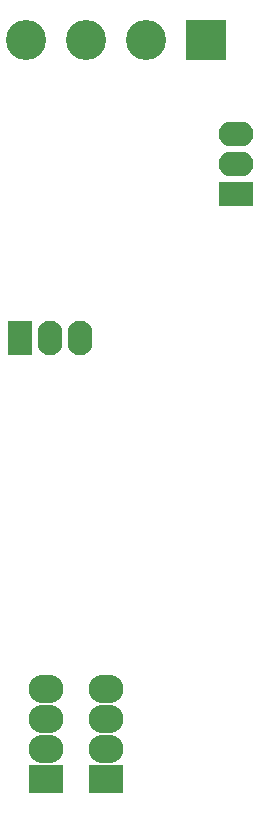
<source format=gbr>
G04 #@! TF.GenerationSoftware,KiCad,Pcbnew,5.0.0-fee4fd1~66~ubuntu18.04.1*
G04 #@! TF.CreationDate,2018-10-08T14:25:46+08:00*
G04 #@! TF.ProjectId,ws2812-stm32-interface,7773323831322D73746D33322D696E74,rev?*
G04 #@! TF.SameCoordinates,Original*
G04 #@! TF.FileFunction,Soldermask,Bot*
G04 #@! TF.FilePolarity,Negative*
%FSLAX46Y46*%
G04 Gerber Fmt 4.6, Leading zero omitted, Abs format (unit mm)*
G04 Created by KiCad (PCBNEW 5.0.0-fee4fd1~66~ubuntu18.04.1) date Mon Oct  8 14:25:46 2018*
%MOMM*%
%LPD*%
G01*
G04 APERTURE LIST*
%ADD10O,2.940000X2.100000*%
%ADD11R,2.900000X2.100000*%
%ADD12R,2.940000X2.400000*%
%ADD13O,2.940000X2.400000*%
%ADD14C,3.400000*%
%ADD15R,3.400000X3.400000*%
%ADD16O,2.100000X2.940000*%
%ADD17R,2.100000X2.900000*%
G04 APERTURE END LIST*
D10*
G04 #@! TO.C,JP1*
X35814000Y-29210000D03*
X35814000Y-31750000D03*
D11*
X35814000Y-34290000D03*
G04 #@! TD*
D12*
G04 #@! TO.C,J3*
X19685000Y-83820000D03*
D13*
X19685000Y-81280000D03*
X19685000Y-78740000D03*
X19685000Y-76200000D03*
G04 #@! TD*
G04 #@! TO.C,J4*
X24765000Y-76200000D03*
X24765000Y-78740000D03*
X24765000Y-81280000D03*
D12*
X24765000Y-83820000D03*
G04 #@! TD*
D14*
G04 #@! TO.C,J2*
X18020760Y-21174571D03*
D15*
X33260760Y-21174571D03*
D14*
X23100760Y-21174571D03*
X28180760Y-21174571D03*
G04 #@! TD*
D16*
G04 #@! TO.C,J1*
X22590760Y-46424571D03*
X20050760Y-46424571D03*
D17*
X17510760Y-46424571D03*
G04 #@! TD*
M02*

</source>
